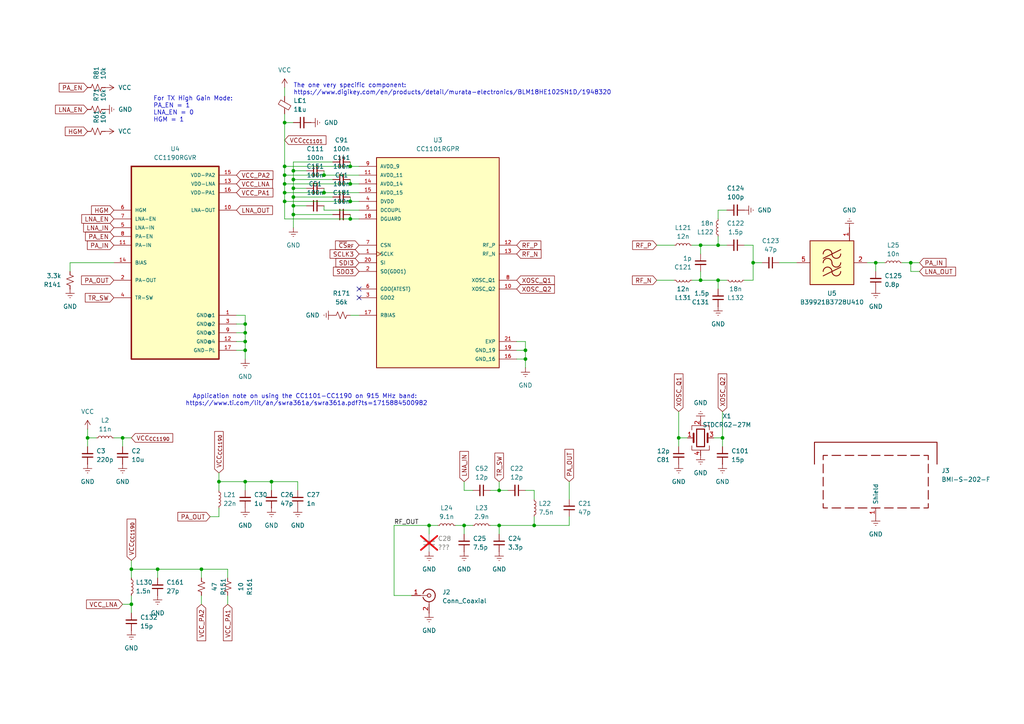
<source format=kicad_sch>
(kicad_sch (version 20231120) (generator "eeschema") (generator_version "8.0")
  (paper "A4")
  (title_block (title "Pointer") (date "2024-05-28") (rev "V0.0.3") (company "Mines Rocket Club") (comment 1 "Andrew Wu"))
  (lib_symbols
    (symbol "Connector:Conn_Coaxial" (pin_names (offset 1.016) hide)
      (property "Reference" "J" (at 0.254 3.048 0))
      (property "Value" "Conn_Coaxial" (at 2.921 0 90))
      (symbol "Conn_Coaxial_0_1"
        (arc (start -1.778 -0.508) (mid 0.2311 -1.8066) (end 1.778 0) (stroke (width 0.254)))
        (polyline (pts (xy -2.54 0) (xy -0.508 0)))
        (polyline (pts (xy 0 -2.54) (xy 0 -1.778)))
        (circle (center 0 0) (radius 0.508) (stroke (width 0.2032)))
        (arc (start 1.778 0) (mid 0.2099 1.8101) (end -1.778 0.508) (stroke (width 0.254)))
      )
      (symbol "Conn_Coaxial_1_1"
        (pin passive line (at -5.08 0 0) (length 2.54) (name "In") (number "1"))
        (pin passive line (at 0 -5.08 90) (length 2.54) (name "Ext") (number "2"))
      )
    )
    (symbol "Custom_Flight_Computer_Symbols:CC1101RGPR" (pin_names (offset 1.016))
      (property "Reference" "U" (at -17.78 30.48 0))
      (property "Value" "CC1101RGPR" (at -17.78 -33.02 0))
      (symbol "CC1101RGPR_0_0"
        (rectangle (start -17.78 30.48) (end 17.78 -30.48) (stroke (width 0.254)) (fill (type background)))
        (pin input clock (at -22.86 2.54 0) (length 5.08) (name "SCLK") (number "1"))
        (pin bidirectional line (at 22.86 -7.62 180) (length 5.08) (name "XOSC_Q2") (number "10"))
        (pin power_in line (at -22.86 25.4 0) (length 5.08) (name "AVDD_11") (number "11"))
        (pin bidirectional line (at 22.86 5.08 180) (length 5.08) (name "RF_P") (number "12"))
        (pin bidirectional line (at 22.86 2.54 180) (length 5.08) (name "RF_N") (number "13"))
        (pin power_in line (at -22.86 22.86 0) (length 5.08) (name "AVDD_14") (number "14"))
        (pin power_in line (at -22.86 20.32 0) (length 5.08) (name "AVDD_15") (number "15"))
        (pin power_in line (at 22.86 -27.94 180) (length 5.08) (name "GND_16") (number "16"))
        (pin bidirectional line (at -22.86 -15.24 0) (length 5.08) (name "RBIAS") (number "17"))
        (pin power_in line (at -22.86 12.7 0) (length 5.08) (name "DGUARD") (number "18"))
        (pin power_in line (at 22.86 -25.4 180) (length 5.08) (name "GND_19") (number "19"))
        (pin output line (at -22.86 -2.54 0) (length 5.08) (name "SO(GDO1)") (number "2"))
        (pin input line (at -22.86 0 0) (length 5.08) (name "SI") (number "20"))
        (pin power_in line (at 22.86 -22.86 180) (length 5.08) (name "EXP") (number "21"))
        (pin output line (at -22.86 -10.16 0) (length 5.08) (name "GDO2") (number "3"))
        (pin power_in line (at -22.86 17.78 0) (length 5.08) (name "DVDD") (number "4"))
        (pin power_in line (at -22.86 15.24 0) (length 5.08) (name "DCOUPL") (number "5"))
        (pin bidirectional line (at -22.86 -7.62 0) (length 5.08) (name "GDO(ATEST)") (number "6"))
        (pin input line (at -22.86 5.08 0) (length 5.08) (name "CSN") (number "7"))
        (pin bidirectional line (at 22.86 -5.08 180) (length 5.08) (name "XOSC_Q1") (number "8"))
        (pin power_in line (at -22.86 27.94 0) (length 5.08) (name "AVDD_9") (number "9"))
      )
    )
    (symbol "Custom_Flight_Computer_Symbols:CC1190RGVR" (pin_names (offset 1.016))
      (property "Reference" "IC" (at -12.7 28.94 0))
      (property "Value" "CC1190RGVR" (at -12.7 -31.94 0))
      (symbol "CC1190RGVR_0_0"
        (rectangle (start -12.7 -27.94) (end 12.7 27.94) (stroke (width 0.41)) (fill (type background)))
        (pin power_in line (at 17.78 -15.24 180) (length 5.08) (name "GND@1") (number "1"))
        (pin output line (at 17.78 15.24 180) (length 5.08) (name "LNA-OUT") (number "10"))
        (pin input line (at -17.78 5.08 0) (length 5.08) (name "PA-IN") (number "11"))
        (pin power_in line (at 17.78 -22.86 180) (length 5.08) (name "GND@4") (number "12"))
        (pin power_in line (at 17.78 22.86 180) (length 5.08) (name "VDD-LNA") (number "13"))
        (pin bidirectional line (at -17.78 0 0) (length 5.08) (name "BIAS") (number "14"))
        (pin power_in line (at 17.78 25.4 180) (length 5.08) (name "VDD-PA2") (number "15"))
        (pin power_in line (at 17.78 20.32 180) (length 5.08) (name "VDD-PA1") (number "16"))
        (pin power_in line (at 17.78 -25.4 180) (length 5.08) (name "GND-PL") (number "17"))
        (pin bidirectional line (at -17.78 -5.08 0) (length 5.08) (name "PA-OUT") (number "2"))
        (pin power_in line (at 17.78 -17.78 180) (length 5.08) (name "GND@2") (number "3"))
        (pin bidirectional line (at -17.78 -10.16 0) (length 5.08) (name "TR-SW") (number "4"))
        (pin input line (at -17.78 10.16 0) (length 5.08) (name "LNA-IN") (number "5"))
        (pin input line (at -17.78 15.24 0) (length 5.08) (name "HGM") (number "6"))
        (pin input line (at -17.78 12.7 0) (length 5.08) (name "LNA-EN") (number "7"))
        (pin input line (at -17.78 7.62 0) (length 5.08) (name "PA-EN") (number "8"))
        (pin power_in line (at 17.78 -20.32 180) (length 5.08) (name "GND@3") (number "9"))
      )
    )
    (symbol "Device:C_Small" (pin_numbers hide) (pin_names (offset 0.254) hide)
      (property "Reference" "C" (at 0.254 1.778 0))
      (property "Value" "C_Small" (at 0.254 -2.032 0))
      (symbol "C_Small_0_1"
        (polyline (pts (xy -1.524 -0.508) (xy 1.524 -0.508)) (stroke (width 0.3302)))
        (polyline (pts (xy -1.524 0.508) (xy 1.524 0.508)) (stroke (width 0.3048)))
      )
      (symbol "C_Small_1_1"
        (pin passive line (at 0 2.54 270) (length 2.032) (name "~") (number "1"))
        (pin passive line (at 0 -2.54 90) (length 2.032) (name "~") (number "2"))
      )
    )
    (symbol "Device:Crystal_GND24" (pin_names (offset 1.016) hide)
      (property "Reference" "Y" (at 3.175 5.08 0))
      (property "Value" "Crystal_GND24" (at 3.175 3.175 0))
      (symbol "Crystal_GND24_0_1"
        (rectangle (start -1.143 2.54) (end 1.143 -2.54) (stroke (width 0.3048)))
        (polyline (pts (xy -2.54 0) (xy -2.032 0)))
        (polyline (pts (xy -2.032 -1.27) (xy -2.032 1.27)) (stroke (width 0.508)))
        (polyline (pts (xy 0 -3.81) (xy 0 -3.556)))
        (polyline (pts (xy 0 3.556) (xy 0 3.81)))
        (polyline (pts (xy 2.032 -1.27) (xy 2.032 1.27)) (stroke (width 0.508)))
        (polyline (pts (xy 2.032 0) (xy 2.54 0)))
        (polyline (pts (xy -2.54 -2.286) (xy -2.54 -3.556) (xy 2.54 -3.556) (xy 2.54 -2.286)))
        (polyline (pts (xy -2.54 2.286) (xy -2.54 3.556) (xy 2.54 3.556) (xy 2.54 2.286)))
      )
      (symbol "Crystal_GND24_1_1"
        (pin passive line (at -3.81 0 0) (length 1.27) (name "1") (number "1"))
        (pin passive line (at 0 5.08 270) (length 1.27) (name "2") (number "2"))
        (pin passive line (at 3.81 0 180) (length 1.27) (name "3") (number "3"))
        (pin passive line (at 0 -5.08 90) (length 1.27) (name "4") (number "4"))
      )
    )
    (symbol "Device:FerriteBead_Small" (pin_numbers hide) (pin_names (offset 0))
      (property "Reference" "FB" (at 1.905 1.27 0))
      (property "Value" "FerriteBead_Small" (at 1.905 -1.27 0))
      (symbol "FerriteBead_Small_0_1"
        (polyline (pts (xy 0 -1.27) (xy 0 -0.7874)))
        (polyline (pts (xy 0 0.889) (xy 0 1.2954)))
        (polyline (pts (xy -1.8288 0.2794) (xy -1.1176 1.4986) (xy 1.8288 -0.2032) (xy 1.1176 -1.4224) (xy -1.8288 0.2794)))
      )
      (symbol "FerriteBead_Small_1_1"
        (pin passive line (at 0 2.54 270) (length 1.27) (name "~") (number "1"))
        (pin passive line (at 0 -2.54 90) (length 1.27) (name "~") (number "2"))
      )
    )
    (symbol "Device:L_Small" (pin_numbers hide) (pin_names (offset 0.254) hide)
      (property "Reference" "L" (at 0.762 1.016 0))
      (property "Value" "L_Small" (at 0.762 -1.016 0))
      (symbol "L_Small_0_1"
        (arc (start 0 -2.032) (mid 0.5058 -1.524) (end 0 -1.016))
        (arc (start 0 -1.016) (mid 0.5058 -0.508) (end 0 0))
        (arc (start 0 0) (mid 0.5058 0.508) (end 0 1.016))
        (arc (start 0 1.016) (mid 0.5058 1.524) (end 0 2.032))
      )
      (symbol "L_Small_1_1"
        (pin passive line (at 0 2.54 270) (length 0.508) (name "~") (number "1"))
        (pin passive line (at 0 -2.54 90) (length 0.508) (name "~") (number "2"))
      )
    )
    (symbol "Device:RFShield_TwoPieces" (pin_names (offset 1.016))
      (property "Reference" "J" (at 0 5.08 0))
      (property "Value" "RFShield_TwoPieces" (at 0 2.54 0))
      (symbol "RFShield_TwoPieces_0_1"
        (polyline (pts (xy -15.24 -5.08) (xy -15.24 -2.54)) (stroke (width 0.254)))
        (polyline (pts (xy -15.24 -1.27) (xy -15.24 1.27)) (stroke (width 0.254)))
        (polyline (pts (xy -15.24 2.54) (xy -15.24 5.08)) (stroke (width 0.254)))
        (polyline (pts (xy -12.7 7.62) (xy -10.16 7.62)) (stroke (width 0.254)))
        (polyline (pts (xy -10.16 -7.62) (xy -12.7 -7.62)) (stroke (width 0.254)))
        (polyline (pts (xy -6.35 -7.62) (xy -8.89 -7.62)) (stroke (width 0.254)))
        (polyline (pts (xy -6.35 7.62) (xy -8.89 7.62)) (stroke (width 0.254)))
        (polyline (pts (xy -2.54 -7.62) (xy -5.08 -7.62)) (stroke (width 0.254)))
        (polyline (pts (xy -2.54 7.62) (xy -5.08 7.62)) (stroke (width 0.254)))
        (polyline (pts (xy -1.27 -7.62) (xy 1.27 -7.62)) (stroke (width 0.254)))
        (polyline (pts (xy 1.27 7.62) (xy -1.27 7.62)) (stroke (width 0.254)))
        (polyline (pts (xy 2.54 -7.62) (xy 5.08 -7.62)) (stroke (width 0.254)))
        (polyline (pts (xy 5.08 7.62) (xy 2.54 7.62)) (stroke (width 0.254)))
        (polyline (pts (xy 6.35 -7.62) (xy 8.89 -7.62)) (stroke (width 0.254)))
        (polyline (pts (xy 8.89 7.62) (xy 6.35 7.62)) (stroke (width 0.254)))
        (polyline (pts (xy 10.16 -7.62) (xy 12.7 -7.62)) (stroke (width 0.254)))
        (polyline (pts (xy 12.7 7.62) (xy 10.16 7.62)) (stroke (width 0.254)))
        (polyline (pts (xy 15.24 -5.08) (xy 15.24 -2.54)) (stroke (width 0.254)))
        (polyline (pts (xy 15.24 -1.27) (xy 15.24 1.27)) (stroke (width 0.254)))
        (polyline (pts (xy 15.24 2.54) (xy 15.24 5.08)) (stroke (width 0.254)))
        (polyline (pts (xy -15.24 6.35) (xy -15.24 7.62) (xy -13.97 7.62)) (stroke (width 0.254)))
        (polyline (pts (xy -13.97 -7.62) (xy -15.24 -7.62) (xy -15.24 -6.35)) (stroke (width 0.254)))
        (polyline (pts (xy 13.97 -7.62) (xy 15.24 -7.62) (xy 15.24 -6.35)) (stroke (width 0.254)))
        (polyline (pts (xy 15.24 6.35) (xy 15.24 7.62) (xy 13.97 7.62)) (stroke (width 0.254)))
        (polyline (pts (xy -17.78 5.08) (xy -17.78 11.43) (xy 17.78 11.43) (xy 17.78 5.08)) (stroke (width 0.254)))
      )
      (symbol "RFShield_TwoPieces_1_1"
        (pin passive line (at 0 -10.16 90) (length 2.54) (name "Shield") (number "1"))
      )
    )
    (symbol "Device:R_Small_US" (pin_numbers hide) (pin_names (offset 0.254) hide)
      (property "Reference" "R" (at 0.762 0.508 0))
      (property "Value" "R_Small_US" (at 0.762 -1.016 0))
      (symbol "R_Small_US_1_1"
        (polyline (pts (xy 0 0) (xy 1.016 -0.381) (xy 0 -0.762) (xy -1.016 -1.143) (xy 0 -1.524)))
        (polyline (pts (xy 0 1.524) (xy 1.016 1.143) (xy 0 0.762) (xy -1.016 0.381) (xy 0 0)))
        (pin passive line (at 0 2.54 270) (length 1.016) (name "~") (number "1"))
        (pin passive line (at 0 -2.54 90) (length 1.016) (name "~") (number "2"))
      )
    )
    (symbol "RF_Filter:TA0970B" (pin_names hide)
      (property "Reference" "X" (at -5.08 10.16 0))
      (property "Value" "TA0970B" (at -1.27 7.62 0))
      (symbol "TA0970B_1_1"
        (rectangle (start -6.35 6.35) (end 6.35 -6.35) (stroke (width 0.254)) (fill (type background)))
        (arc (start 0 -2.54) (mid -1.27 -1.2755) (end -2.54 -2.54) (stroke (width 0.254)))
        (arc (start 0 -2.54) (mid 1.27 -3.8045) (end 2.54 -2.54) (stroke (width 0.254)))
        (arc (start 0 0) (mid -1.27 1.2645) (end -2.54 0) (stroke (width 0.254)))
        (polyline (pts (xy -2.54 -3.81) (xy 2.54 -1.27)) (stroke (width 0.254)))
        (polyline (pts (xy -2.54 1.27) (xy 2.54 3.81)) (stroke (width 0.254)))
        (arc (start 0 0) (mid 1.27 -1.2645) (end 2.54 0) (stroke (width 0.254)))
        (arc (start 0 2.54) (mid -1.27 3.8045) (end -2.54 2.54) (stroke (width 0.254)))
        (arc (start 0 2.54) (mid 1.27 1.2755) (end 2.54 2.54) (stroke (width 0.254)))
        (pin power_in line (at -5.08 -10.16 90) (length 3.81) (name "GND") (number "1"))
        (pin input line (at -10.16 0 0) (length 3.81) (name "IN") (number "2"))
        (pin passive line (at -5.08 -10.16 90) (length 3.81) hide (name "GND") (number "3"))
        (pin passive line (at -5.08 -10.16 90) (length 3.81) hide (name "GND") (number "4"))
        (pin output line (at 10.16 0 180) (length 3.81) (name "OUT") (number "5"))
        (pin passive line (at -5.08 -10.16 90) (length 3.81) hide (name "GND") (number "6"))
      )
    )
    (symbol "power:Earth" (power) (pin_numbers hide) (pin_names (offset 0) hide)
      (property "Value" "Earth" (at 0 -3.81 0))
      (symbol "Earth_0_1"
        (polyline (pts (xy -0.635 -1.905) (xy 0.635 -1.905)))
        (polyline (pts (xy -0.127 -2.54) (xy 0.127 -2.54)))
        (polyline (pts (xy 0 -1.27) (xy 0 0)))
        (polyline (pts (xy 1.27 -1.27) (xy -1.27 -1.27)))
      )
      (symbol "Earth_1_1"
        (pin power_in line (at 0 0 270) (length 0) (name "~") (number "1"))
      )
    )
    (symbol "power:VCC" (power) (pin_numbers hide) (pin_names (offset 0) hide)
      (property "Value" "VCC" (at 0 3.556 0))
      (symbol "VCC_0_1"
        (polyline (pts (xy -0.762 1.27) (xy 0 2.54)))
        (polyline (pts (xy 0 0) (xy 0 2.54)))
        (polyline (pts (xy 0 2.54) (xy 0.762 1.27)))
      )
      (symbol "VCC_1_1"
        (pin power_in line (at 0 0 90) (length 0) (name "~") (number "1"))
      )
    )
  )
  (junction (at 82.55 58.42))
  (junction (at 82.55 55.88))
  (junction (at 35.56 127))
  (junction (at 203.2 71.12))
  (junction (at 85.09 59.69))
  (junction (at 78.74 139.7))
  (junction (at 71.12 101.6))
  (junction (at 218.44 76.2))
  (junction (at 82.55 53.34))
  (junction (at 71.12 139.7))
  (junction (at 101.6 58.42))
  (junction (at 71.12 93.98))
  (junction (at 38.1 175.26))
  (junction (at 144.78 152.4))
  (junction (at 196.85 127))
  (junction (at 38.1 165.1))
  (junction (at 208.28 71.12))
  (junction (at 45.72 165.1))
  (junction (at 63.5 139.7))
  (junction (at 71.12 99.06))
  (junction (at 85.09 57.15))
  (junction (at 203.2 81.28))
  (junction (at 25.4 127))
  (junction (at 85.09 62.23))
  (junction (at 85.09 52.07))
  (junction (at 71.12 96.52))
  (junction (at 101.6 48.26))
  (junction (at 82.55 50.8))
  (junction (at 101.6 53.34))
  (junction (at 85.09 49.53))
  (junction (at 152.4 101.6))
  (junction (at 209.55 127))
  (junction (at 101.6 63.5))
  (junction (at 144.78 142.24))
  (junction (at 82.55 48.26))
  (junction (at 124.46 152.4))
  (junction (at 58.42 165.1))
  (junction (at 152.4 104.14))
  (junction (at 264.16 76.2))
  (junction (at 254 76.2))
  (junction (at 82.55 35.56))
  (junction (at 93.98 50.8))
  (junction (at 208.28 81.28))
  (junction (at 93.98 55.88))
  (junction (at 85.09 54.61))
  (junction (at 154.94 152.4))
  (junction (at 134.62 152.4))
  (no_connect (at 104.14 86.36))
  (no_connect (at 104.14 83.82))
  (wire (pts (xy 71.12 91.44) (xy 68.58 91.44)))
  (wire (pts (xy 71.12 101.6) (xy 71.12 99.06)))
  (wire (pts (xy 85.09 57.15) (xy 85.09 59.69)))
  (wire (pts (xy 38.1 165.1) (xy 38.1 167.64)))
  (wire (pts (xy 209.55 127) (xy 209.55 129.54)))
  (wire (pts (xy 251.46 76.2) (xy 254 76.2)))
  (wire (pts (xy 142.24 142.24) (xy 144.78 142.24)))
  (wire (pts (xy 45.72 165.1) (xy 58.42 165.1)))
  (wire (pts (xy 190.5 71.12) (xy 195.58 71.12)))
  (wire (pts (xy 82.55 33.02) (xy 82.55 35.56)))
  (wire (pts (xy 101.6 48.26) (xy 101.6 46.99)))
  (wire (pts (xy 25.4 124.46) (xy 25.4 127)))
  (wire (pts (xy 152.4 101.6) (xy 152.4 104.14)))
  (wire (pts (xy 35.56 127) (xy 38.1 127)))
  (wire (pts (xy 85.09 49.53) (xy 85.09 52.07)))
  (wire (pts (xy 134.62 142.24) (xy 137.16 142.24)))
  (wire (pts (xy 68.58 101.6) (xy 71.12 101.6)))
  (wire (pts (xy 82.55 48.26) (xy 101.6 48.26)))
  (wire (pts (xy 152.4 104.14) (xy 152.4 106.68)))
  (wire (pts (xy 264.16 76.2) (xy 264.16 78.74)))
  (wire (pts (xy 210.82 71.12) (xy 208.28 71.12)))
  (wire (pts (xy 82.55 63.5) (xy 101.6 63.5)))
  (wire (pts (xy 134.62 139.7) (xy 134.62 142.24)))
  (wire (pts (xy 149.86 104.14) (xy 152.4 104.14)))
  (wire (pts (xy 154.94 152.4) (xy 165.1 152.4)))
  (wire (pts (xy 226.06 76.2) (xy 231.14 76.2)))
  (wire (pts (xy 149.86 99.06) (xy 152.4 99.06)))
  (wire (pts (xy 104.14 50.8) (xy 93.98 50.8)))
  (wire (pts (xy 20.32 76.2) (xy 33.02 76.2)))
  (wire (pts (xy 71.12 139.7) (xy 71.12 142.24)))
  (wire (pts (xy 20.32 76.2) (xy 20.32 78.74)))
  (wire (pts (xy 85.09 57.15) (xy 96.52 57.15)))
  (wire (pts (xy 208.28 60.96) (xy 208.28 63.5)))
  (wire (pts (xy 63.5 137.16) (xy 63.5 139.7)))
  (wire (pts (xy 124.46 152.4) (xy 124.46 154.94)))
  (wire (pts (xy 82.55 25.4) (xy 82.55 27.94)))
  (wire (pts (xy 82.55 35.56) (xy 85.09 35.56)))
  (wire (pts (xy 144.78 142.24) (xy 147.32 142.24)))
  (wire (pts (xy 149.86 101.6) (xy 152.4 101.6)))
  (wire (pts (xy 210.82 81.28) (xy 208.28 81.28)))
  (wire (pts (xy 254 76.2) (xy 256.54 76.2)))
  (wire (pts (xy 85.09 59.69) (xy 88.9 59.69)))
  (wire (pts (xy 203.2 71.12) (xy 203.2 73.66)))
  (wire (pts (xy 82.55 50.8) (xy 82.55 53.34)))
  (wire (pts (xy 82.55 50.8) (xy 93.98 50.8)))
  (wire (pts (xy 82.55 53.34) (xy 101.6 53.34)))
  (wire (pts (xy 33.02 127) (xy 35.56 127)))
  (wire (pts (xy 68.58 99.06) (xy 71.12 99.06)))
  (wire (pts (xy 71.12 96.52) (xy 71.12 93.98)))
  (wire (pts (xy 58.42 165.1) (xy 58.42 167.64)))
  (wire (pts (xy 154.94 149.86) (xy 154.94 152.4)))
  (wire (pts (xy 218.44 71.12) (xy 215.9 71.12)))
  (wire (pts (xy 218.44 76.2) (xy 218.44 71.12)))
  (wire (pts (xy 196.85 127) (xy 199.39 127)))
  (wire (pts (xy 93.98 50.8) (xy 93.98 49.53)))
  (wire (pts (xy 82.55 35.56) (xy 82.55 48.26)))
  (wire (pts (xy 101.6 57.15) (xy 101.6 58.42)))
  (wire (pts (xy 35.56 127) (xy 35.56 129.54)))
  (wire (pts (xy 68.58 96.52) (xy 71.12 96.52)))
  (wire (pts (xy 86.36 139.7) (xy 86.36 142.24)))
  (wire (pts (xy 82.55 53.34) (xy 82.55 55.88)))
  (wire (pts (xy 152.4 99.06) (xy 152.4 101.6)))
  (wire (pts (xy 254 76.2) (xy 254 78.74)))
  (wire (pts (xy 196.85 119.38) (xy 196.85 127)))
  (wire (pts (xy 165.1 139.7) (xy 165.1 144.78)))
  (wire (pts (xy 165.1 152.4) (xy 165.1 149.86)))
  (wire (pts (xy 85.09 54.61) (xy 88.9 54.61)))
  (wire (pts (xy 63.5 139.7) (xy 71.12 139.7)))
  (wire (pts (xy 209.55 119.38) (xy 209.55 127)))
  (wire (pts (xy 85.09 54.61) (xy 85.09 57.15)))
  (wire (pts (xy 220.98 76.2) (xy 218.44 76.2)))
  (wire (pts (xy 93.98 60.96) (xy 93.98 59.69)))
  (wire (pts (xy 119.38 172.72) (xy 114.3 172.72)))
  (wire (pts (xy 82.55 48.26) (xy 82.55 50.8)))
  (wire (pts (xy 38.1 162.56) (xy 38.1 165.1)))
  (wire (pts (xy 85.09 62.23) (xy 85.09 66.04)))
  (wire (pts (xy 132.08 152.4) (xy 134.62 152.4)))
  (wire (pts (xy 200.66 71.12) (xy 203.2 71.12)))
  (wire (pts (xy 215.9 81.28) (xy 218.44 81.28)))
  (wire (pts (xy 85.09 62.23) (xy 96.52 62.23)))
  (wire (pts (xy 58.42 165.1) (xy 66.04 165.1)))
  (wire (pts (xy 85.09 46.99) (xy 85.09 49.53)))
  (wire (pts (xy 154.94 152.4) (xy 144.78 152.4)))
  (wire (pts (xy 144.78 154.94) (xy 144.78 152.4)))
  (wire (pts (xy 101.6 62.23) (xy 101.6 63.5)))
  (wire (pts (xy 208.28 83.82) (xy 208.28 81.28)))
  (wire (pts (xy 101.6 91.44) (xy 104.14 91.44)))
  (wire (pts (xy 127 152.4) (xy 124.46 152.4)))
  (wire (pts (xy 85.09 52.07) (xy 85.09 54.61)))
  (wire (pts (xy 154.94 144.78) (xy 154.94 142.24)))
  (wire (pts (xy 203.2 71.12) (xy 208.28 71.12)))
  (wire (pts (xy 60.96 149.86) (xy 63.5 149.86)))
  (wire (pts (xy 261.62 76.2) (xy 264.16 76.2)))
  (wire (pts (xy 101.6 48.26) (xy 104.14 48.26)))
  (wire (pts (xy 196.85 127) (xy 196.85 129.54)))
  (wire (pts (xy 210.82 60.96) (xy 208.28 60.96)))
  (wire (pts (xy 71.12 93.98) (xy 71.12 91.44)))
  (wire (pts (xy 101.6 53.34) (xy 101.6 52.07)))
  (wire (pts (xy 190.5 81.28) (xy 195.58 81.28)))
  (wire (pts (xy 58.42 172.72) (xy 58.42 175.26)))
  (wire (pts (xy 71.12 99.06) (xy 71.12 96.52)))
  (wire (pts (xy 66.04 172.72) (xy 66.04 175.26)))
  (wire (pts (xy 85.09 59.69) (xy 85.09 62.23)))
  (wire (pts (xy 101.6 63.5) (xy 104.14 63.5)))
  (wire (pts (xy 38.1 175.26) (xy 38.1 177.8)))
  (wire (pts (xy 82.55 55.88) (xy 93.98 55.88)))
  (wire (pts (xy 82.55 58.42) (xy 101.6 58.42)))
  (wire (pts (xy 144.78 152.4) (xy 142.24 152.4)))
  (wire (pts (xy 104.14 55.88) (xy 93.98 55.88)))
  (wire (pts (xy 71.12 139.7) (xy 78.74 139.7)))
  (wire (pts (xy 134.62 152.4) (xy 137.16 152.4)))
  (wire (pts (xy 82.55 58.42) (xy 82.55 63.5)))
  (wire (pts (xy 66.04 165.1) (xy 66.04 167.64)))
  (wire (pts (xy 154.94 142.24) (xy 152.4 142.24)))
  (wire (pts (xy 93.98 55.88) (xy 93.98 54.61)))
  (wire (pts (xy 101.6 53.34) (xy 104.14 53.34)))
  (wire (pts (xy 78.74 139.7) (xy 78.74 142.24)))
  (wire (pts (xy 104.14 60.96) (xy 93.98 60.96)))
  (wire (pts (xy 144.78 139.7) (xy 144.78 142.24)))
  (wire (pts (xy 208.28 71.12) (xy 208.28 68.58)))
  (wire (pts (xy 203.2 78.74) (xy 203.2 81.28)))
  (wire (pts (xy 203.2 81.28) (xy 208.28 81.28)))
  (wire (pts (xy 85.09 52.07) (xy 96.52 52.07)))
  (wire (pts (xy 82.55 55.88) (xy 82.55 58.42)))
  (wire (pts (xy 85.09 46.99) (xy 96.52 46.99)))
  (wire (pts (xy 264.16 76.2) (xy 266.7 76.2)))
  (wire (pts (xy 134.62 152.4) (xy 134.62 154.94)))
  (wire (pts (xy 114.3 152.4) (xy 124.46 152.4)))
  (wire (pts (xy 200.66 81.28) (xy 203.2 81.28)))
  (wire (pts (xy 85.09 49.53) (xy 88.9 49.53)))
  (wire (pts (xy 63.5 149.86) (xy 63.5 147.32)))
  (wire (pts (xy 264.16 78.74) (xy 266.7 78.74)))
  (wire (pts (xy 78.74 139.7) (xy 86.36 139.7)))
  (wire (pts (xy 101.6 58.42) (xy 104.14 58.42)))
  (wire (pts (xy 25.4 127) (xy 25.4 129.54)))
  (wire (pts (xy 38.1 172.72) (xy 38.1 175.26)))
  (wire (pts (xy 71.12 104.14) (xy 71.12 101.6)))
  (wire (pts (xy 45.72 165.1) (xy 45.72 167.64)))
  (wire (pts (xy 35.56 175.26) (xy 38.1 175.26)))
  (wire (pts (xy 38.1 165.1) (xy 45.72 165.1)))
  (wire (pts (xy 68.58 93.98) (xy 71.12 93.98)))
  (wire (pts (xy 209.55 127) (xy 207.01 127)))
  (wire (pts (xy 114.3 172.72) (xy 114.3 152.4)))
  (wire (pts (xy 63.5 139.7) (xy 63.5 142.24)))
  (wire (pts (xy 25.4 127) (xy 27.94 127)))
  (wire (pts (xy 218.44 81.28) (xy 218.44 76.2)))
  (text "Application note on using the CC1101-CC1190 on 915 MHz band: \nhttps://www.ti.com/lit/an/swra361a/swra361a.pdf?ts=1715884500982" (at 88.9 114.3 0) (effects (font (size 1.27 1.27)) (justify top)))
  (text "For TX High Gain Mode:\nPA_EN = 1\nLNA_EN = 0\nHGM = 1" (at 44.45 31.75 0) (effects (font (size 1.27 1.27)) (justify left)))
  (text "The one very specific component:\nhttps://www.digikey.com/en/products/detail/murata-electronics/BLM18HE102SN1D/1948320" (at 85.09 24.13 0) (effects (font (size 1.27 1.27)) (justify left top)))
  (label "RF_OUT" (at 114.3 152.4 0))
  (global_label "VCC_{CC1101}" (shape input) (at 82.55 40.64 0) (property "Intersheetrefs" "${INTERSHEET_REFS}" (effects (hide yes))))
  (global_label "LNA_EN" (shape input) (at 25.4 31.75 180) (property "Intersheetrefs" "${INTERSHEET_REFS}" (effects (hide yes))))
  (global_label "HGM" (shape input) (at 33.02 60.96 180) (property "Intersheetrefs" "${INTERSHEET_REFS}" (effects (hide yes))))
  (global_label "XOSC_Q2" (shape input) (at 209.55 119.38 90) (property "Intersheetrefs" "${INTERSHEET_REFS}" (effects (hide yes))))
  (global_label "RF_P" (shape input) (at 149.86 71.12 0) (property "Intersheetrefs" "${INTERSHEET_REFS}" (effects (hide yes))))
  (global_label "PA_OUT" (shape input) (at 33.02 81.28 180) (property "Intersheetrefs" "${INTERSHEET_REFS}" (effects (hide yes))))
  (global_label "VCC_{CC1190}" (shape input) (at 38.1 162.56 90) (property "Intersheetrefs" "${INTERSHEET_REFS}" (effects (hide yes))))
  (global_label "LNA_OUT" (shape input) (at 266.7 78.74 0) (property "Intersheetrefs" "${INTERSHEET_REFS}" (effects (hide yes))))
  (global_label "PA_IN" (shape input) (at 266.7 76.2 0) (property "Intersheetrefs" "${INTERSHEET_REFS}" (effects (hide yes))))
  (global_label "SDO3" (shape input) (at 104.14 78.74 180) (property "Intersheetrefs" "${INTERSHEET_REFS}" (effects (hide yes))))
  (global_label "TR_SW" (shape input) (at 33.02 86.36 180) (property "Intersheetrefs" "${INTERSHEET_REFS}" (effects (hide yes))))
  (global_label "PA_EN" (shape input) (at 33.02 68.58 180) (property "Intersheetrefs" "${INTERSHEET_REFS}" (effects (hide yes))))
  (global_label "VCC_PA2" (shape input) (at 68.58 50.8 0) (property "Intersheetrefs" "${INTERSHEET_REFS}" (effects (hide yes))))
  (global_label "SCLK3" (shape input) (at 104.14 73.66 180) (property "Intersheetrefs" "${INTERSHEET_REFS}" (effects (hide yes))))
  (global_label "VCC_{CC1190}" (shape input) (at 63.5 137.16 90) (property "Intersheetrefs" "${INTERSHEET_REFS}" (effects (hide yes))))
  (global_label "LNA_IN" (shape input) (at 33.02 66.04 180) (property "Intersheetrefs" "${INTERSHEET_REFS}" (effects (hide yes))))
  (global_label "HGM" (shape input) (at 25.4 38.1 180) (property "Intersheetrefs" "${INTERSHEET_REFS}" (effects (hide yes))))
  (global_label "VCC_LNA" (shape input) (at 35.56 175.26 180) (property "Intersheetrefs" "${INTERSHEET_REFS}" (effects (hide yes))))
  (global_label "RF_N" (shape input) (at 190.5 81.28 180) (property "Intersheetrefs" "${INTERSHEET_REFS}" (effects (hide yes))))
  (global_label "LNA_EN" (shape input) (at 33.02 63.5 180) (property "Intersheetrefs" "${INTERSHEET_REFS}" (effects (hide yes))))
  (global_label "LNA_IN" (shape input) (at 134.62 139.7 90) (property "Intersheetrefs" "${INTERSHEET_REFS}" (effects (hide yes))))
  (global_label "VCC_PA2" (shape input) (at 58.42 175.26 270) (property "Intersheetrefs" "${INTERSHEET_REFS}" (effects (hide yes))))
  (global_label "~{CS}_{RF}" (shape input) (at 104.14 71.12 180) (property "Intersheetrefs" "${INTERSHEET_REFS}" (effects (hide yes))))
  (global_label "RF_N" (shape input) (at 149.86 73.66 0) (property "Intersheetrefs" "${INTERSHEET_REFS}" (effects (hide yes))))
  (global_label "VCC_{CC1190}" (shape input) (at 38.1 127 0) (property "Intersheetrefs" "${INTERSHEET_REFS}" (effects (hide yes))))
  (global_label "XOSC_Q1" (shape input) (at 149.86 81.28 0) (property "Intersheetrefs" "${INTERSHEET_REFS}" (effects (hide yes))))
  (global_label "XOSC_Q1" (shape input) (at 196.85 119.38 90) (property "Intersheetrefs" "${INTERSHEET_REFS}" (effects (hide yes))))
  (global_label "VCC_LNA" (shape input) (at 68.58 53.34 0) (property "Intersheetrefs" "${INTERSHEET_REFS}" (effects (hide yes))))
  (global_label "VCC_PA1" (shape input) (at 66.04 175.26 270) (property "Intersheetrefs" "${INTERSHEET_REFS}" (effects (hide yes))))
  (global_label "PA_OUT" (shape input) (at 60.96 149.86 180) (property "Intersheetrefs" "${INTERSHEET_REFS}" (effects (hide yes))))
  (global_label "XOSC_Q2" (shape input) (at 149.86 83.82 0) (property "Intersheetrefs" "${INTERSHEET_REFS}" (effects (hide yes))))
  (global_label "PA_EN" (shape input) (at 25.4 25.4 180) (property "Intersheetrefs" "${INTERSHEET_REFS}" (effects (hide yes))))
  (global_label "RF_P" (shape input) (at 190.5 71.12 180) (property "Intersheetrefs" "${INTERSHEET_REFS}" (effects (hide yes))))
  (global_label "TR_SW" (shape input) (at 144.78 139.7 90) (property "Intersheetrefs" "${INTERSHEET_REFS}" (effects (hide yes))))
  (global_label "PA_OUT" (shape input) (at 165.1 139.7 90) (property "Intersheetrefs" "${INTERSHEET_REFS}" (effects (hide yes))))
  (global_label "SDI3" (shape input) (at 104.14 76.2 180) (property "Intersheetrefs" "${INTERSHEET_REFS}" (effects (hide yes))))
  (global_label "PA_IN" (shape input) (at 33.02 71.12 180) (property "Intersheetrefs" "${INTERSHEET_REFS}" (effects (hide yes))))
  (global_label "LNA_OUT" (shape input) (at 68.58 60.96 0) (property "Intersheetrefs" "${INTERSHEET_REFS}" (effects (hide yes))))
  (global_label "VCC_PA1" (shape input) (at 68.58 55.88 0) (property "Intersheetrefs" "${INTERSHEET_REFS}" (effects (hide yes))))
  (symbol (lib_id "power:Earth") (at 35.56 134.62 0) (unit 1)
    (property "Reference" "#PWR032" (effects (hide yes)))
    (property "Value" "GND" (at 35.56 139.7 0))
    (property "Description" "Power symbol creates a global label with name \"Earth\"" (effects (hide yes)))
  )
  (symbol (lib_id "power:Earth") (at 254 83.82 0) (unit 1)
    (property "Reference" "#PWR026" (effects (hide yes)))
    (property "Value" "GND" (at 254 88.9 0))
    (property "Description" "Power symbol creates a global label with name \"Earth\"" (effects (hide yes)))
  )
  (symbol (lib_id "power:Earth") (at 124.46 177.8 0) (unit 1)
    (property "Reference" "#PWR038" (effects (hide yes)))
    (property "Value" "GND" (at 124.46 182.88 0))
    (property "Description" "Power symbol creates a global label with name \"Earth\"" (effects (hide yes)))
  )
  (symbol (lib_id "power:Earth") (at 45.72 172.72 0) (unit 1)
    (property "Reference" "#PWR033" (effects (hide yes)))
    (property "Value" "GND" (at 45.72 177.8 0))
    (property "Description" "Power symbol creates a global label with name \"Earth\"" (effects (hide yes)))
  )
  (symbol (lib_id "Device:L_Small") (at 208.28 66.04 180) (unit 1)
    (property "Reference" "L122" (at 207.01 67.3101 0) (effects (justify left)))
    (property "Value" "18n" (at 207.01 64.7701 0) (effects (justify left)))
    (property "Footprint" "Inductor_SMD:L_0603_1608Metric" (effects (hide yes)))
    (property "Description" "Inductor, small symbol" (effects (hide yes)))
  )
  (symbol (lib_id "Device:C_Small") (at 213.36 60.96 90) (unit 1)
    (property "Reference" "C124" (at 213.3663 54.61 90))
    (property "Value" "100p" (at 213.3663 57.15 90))
    (property "Footprint" "Capacitor_SMD:C_0603_1608Metric" (effects (hide yes)))
    (property "Description" "Unpolarized capacitor, small symbol" (effects (hide yes)))
  )
  (symbol (lib_id "power:Earth") (at 25.4 134.62 0) (unit 1)
    (property "Reference" "#PWR031" (effects (hide yes)))
    (property "Value" "GND" (at 25.4 139.7 0))
    (property "Description" "Power symbol creates a global label with name \"Earth\"" (effects (hide yes)))
  )
  (symbol (lib_id "Device:C_Small") (at 209.55 132.08 180) (unit 1)
    (property "Reference" "C101" (at 212.09 130.8035 0) (effects (justify right)))
    (property "Value" "15p" (at 212.09 133.3435 0) (effects (justify right)))
    (property "Footprint" "Capacitor_SMD:C_0603_1608Metric" (effects (hide yes)))
    (property "Description" "Unpolarized capacitor, small symbol" (effects (hide yes)))
  )
  (symbol (lib_id "Device:C_Small") (at 78.74 144.78 180) (unit 1)
    (property "Reference" "C26" (at 81.28 143.5035 0) (effects (justify right)))
    (property "Value" "47p" (at 81.28 146.0435 0) (effects (justify right)))
    (property "Footprint" "Capacitor_SMD:C_0603_1608Metric" (effects (hide yes)))
    (property "Description" "Unpolarized capacitor, small symbol" (effects (hide yes)))
  )
  (symbol (lib_id "power:Earth") (at 90.17 35.56 90) (unit 1)
    (property "Reference" "#PWR029" (effects (hide yes)))
    (property "Value" "GND" (at 93.98 35.5599 90) (effects (justify right)))
    (property "Description" "Power symbol creates a global label with name \"Earth\"" (effects (hide yes)))
  )
  (symbol (lib_id "power:Earth") (at 209.55 134.62 0) (unit 1)
    (property "Reference" "#PWR043" (effects (hide yes)))
    (property "Value" "GND" (at 209.55 139.7 0))
    (property "Description" "Power symbol creates a global label with name \"Earth\"" (effects (hide yes)))
  )
  (symbol (lib_id "Device:C_Small") (at 213.36 71.12 270) (unit 1)
    (property "Reference" "C122" (at 213.3536 64.77 90))
    (property "Value" "1.5p" (at 213.3536 67.31 90))
    (property "Footprint" "Capacitor_SMD:C_0603_1608Metric" (effects (hide yes)))
    (property "Description" "Unpolarized capacitor, small symbol" (effects (hide yes)))
  )
  (symbol (lib_id "power:Earth") (at 71.12 147.32 0) (unit 1)
    (property "Reference" "#PWR034" (effects (hide yes)))
    (property "Value" "GND" (at 71.12 152.4 0))
    (property "Description" "Power symbol creates a global label with name \"Earth\"" (effects (hide yes)))
  )
  (symbol (lib_id "Device:L_Small") (at 30.48 127 90) (unit 1)
    (property "Reference" "L2" (at 30.48 121.92 90))
    (property "Value" "11n" (at 30.48 124.46 90))
    (property "Footprint" "Inductor_SMD:L_0603_1608Metric" (effects (hide yes)))
    (property "Description" "Inductor, small symbol" (effects (hide yes)))
  )
  (symbol (lib_id "Device:C_Small") (at 99.06 62.23 90) (unit 1)
    (property "Reference" "C181" (at 99.0663 55.88 90))
    (property "Value" "100n" (at 99.0663 58.42 90))
    (property "Footprint" "Capacitor_SMD:C_0603_1608Metric" (effects (hide yes)))
    (property "Description" "Unpolarized capacitor, small symbol" (effects (hide yes)))
  )
  (symbol (lib_id "Device:C_Small") (at 35.56 132.08 180) (unit 1)
    (property "Reference" "C2" (at 38.1 130.8035 0) (effects (justify right)))
    (property "Value" "10u" (at 38.1 133.3435 0) (effects (justify right)))
    (property "Footprint" "Capacitor_SMD:C_0603_1608Metric" (effects (hide yes)))
    (property "Description" "Unpolarized capacitor, small symbol" (effects (hide yes)))
  )
  (symbol (lib_id "power:Earth") (at 20.32 83.82 0) (unit 1)
    (property "Reference" "#PWR021" (effects (hide yes)))
    (property "Value" "GND" (at 20.32 88.9 0))
    (property "Description" "Power symbol creates a global label with name \"Earth\"" (effects (hide yes)))
  )
  (symbol (lib_id "power:Earth") (at 254 149.86 0) (unit 1)
    (property "Reference" "#PWR044" (effects (hide yes)))
    (property "Value" "GND" (at 254 154.94 0))
    (property "Description" "Power symbol creates a global label with name \"Earth\"" (effects (hide yes)))
  )
  (symbol (lib_id "Device:C_Small") (at 196.85 132.08 0) (unit 1)
    (property "Reference" "C81" (at 194.31 133.3565 0) (effects (justify right)))
    (property "Value" "12p" (at 194.31 130.8165 0) (effects (justify right)))
    (property "Footprint" "Capacitor_SMD:C_0603_1608Metric" (effects (hide yes)))
    (property "Description" "Unpolarized capacitor, small symbol" (effects (hide yes)))
  )
  (symbol (lib_id "Device:C_Small") (at 99.06 52.07 90) (unit 1)
    (property "Reference" "C141" (at 99.0663 45.72 90))
    (property "Value" "100n" (at 99.0663 48.26 90))
    (property "Footprint" "Capacitor_SMD:C_0603_1608Metric" (effects (hide yes)))
    (property "Description" "Unpolarized capacitor, small symbol" (effects (hide yes)))
  )
  (symbol (lib_id "Custom_Flight_Computer_Symbols:CC1190RGVR") (at 50.8 76.2 0) (unit 1)
    (property "Reference" "U4" (at 50.8 43.18 0))
    (property "Value" "CC1190RGVR" (at 50.8 45.72 0))
    (property "Footprint" "locals_but_working_PLEASE:CC1190RGVR" (effects (hide yes)))
    (property "Datasheet" "https://www.ti.com/lit/ds/symlink/cc1190.pdf?HQS=dis-dk-null-digikeymode-dsf-pf-null-wwe&ts=1715828495879&ref_url=https%253A%252F%252Fwww.ti.com%252Fgeneral%252Fdocs%252Fsuppproductinfo.tsp%253FdistId%253D10%2526gotoUrl%253Dhttps%253A%252F%252Fwww.ti.com%252Flit%252Fgpn%252Fcc1190" (effects (hide yes)))
    (property "Description" "RF Front End 850MHz ~ 950MHz" (effects (hide yes)))
    (property "DKPN" "296-36922-1-ND" (effects (hide yes)))
  )
  (symbol (lib_id "power:VCC") (at 30.48 25.4 270) (unit 1)
    (property "Reference" "#PWR07" (effects (hide yes)))
    (property "Value" "VCC" (at 34.29 25.3999 90) (effects (justify left)))
    (property "Description" "Power symbol creates a global label with name \"VCC\"" (effects (hide yes)))
  )
  (symbol (lib_id "power:VCC") (at 30.48 38.1 270) (unit 1)
    (property "Reference" "#PWR08" (effects (hide yes)))
    (property "Value" "VCC" (at 34.29 38.0999 90) (effects (justify left)))
    (property "Description" "Power symbol creates a global label with name \"VCC\"" (effects (hide yes)))
  )
  (symbol (lib_id "Custom_Flight_Computer_Symbols:CC1101RGPR") (at 127 76.2 0) (unit 1)
    (property "Reference" "U3" (at 127 40.64 0))
    (property "Value" "CC1101RGPR" (at 127 43.18 0))
    (property "Footprint" "locals_but_working_PLEASE:CC1101RGPR" (effects (hide yes)))
    (property "Datasheet" "https://www.ti.com/lit/ds/symlink/cc1101.pdf?HQS=dis-dk-null-digikeymode-dsf-pf-null-wwe&ts=1715814736152&ref_url=https%253A%252F%252Fwww.ti.com%252Fgeneral%252Fdocs%252Fsuppproductinfo.tsp%253FdistId%253D10%2526gotoUrl%253Dhttps%253A%252F%252Fwww.ti.com%252Flit%252Fgpn%252Fcc1101" (effects (hide yes)))
    (property "Description" "IC RF TxRx Only General ISM < 1GHz 300MHz ~ 348MHz, 387MHz ~ 464MHz, 779MHz ~ 928MHz 20-VFQFN Exposed Pad" (effects (hide yes)))
    (property "PARTREV" "6-May-2020" (effects (hide yes)))
    (property "MANUFACTURER" "Texas Instruments" (effects (hide yes)))
    (property "MAXIMUM_PACKAGE_HIEGHT" "1mm" (effects (hide yes)))
    (property "STANDARD" "IPC 7351B" (effects (hide yes)))
    (property "DKPN" "296-35718-1-ND" (effects (hide yes)))
  )
  (symbol (lib_id "Device:C_Small") (at 165.1 147.32 180) (unit 1)
    (property "Reference" "C21" (at 167.64 146.0435 0) (effects (justify right)))
    (property "Value" "47p" (at 167.64 148.5835 0) (effects (justify right)))
    (property "Footprint" "Capacitor_SMD:C_0603_1608Metric" (effects (hide yes)))
    (property "Description" "Unpolarized capacitor, small symbol" (effects (hide yes)))
  )
  (symbol (lib_id "Device:C_Small") (at 87.63 35.56 90) (unit 1)
    (property "Reference" "C1" (at 87.6363 29.21 90))
    (property "Value" "1u" (at 87.6363 31.75 90))
    (property "Footprint" "Capacitor_SMD:C_0603_1608Metric" (effects (hide yes)))
    (property "Description" "Unpolarized capacitor, small symbol" (effects (hide yes)))
  )
  (symbol (lib_id "Device:L_Small") (at 154.94 147.32 0) (unit 1)
    (property "Reference" "L22" (at 156.21 146.0499 0) (effects (justify left)))
    (property "Value" "7.5n" (at 156.21 148.5899 0) (effects (justify left)))
    (property "Footprint" "Inductor_SMD:L_0603_1608Metric" (effects (hide yes)))
    (property "Description" "Inductor, small symbol" (effects (hide yes)))
  )
  (symbol (lib_id "Device:C_Small") (at 254 81.28 180) (unit 1)
    (property "Reference" "C125" (at 256.54 80.0035 0) (effects (justify right)))
    (property "Value" "0.8p" (at 256.54 82.5435 0) (effects (justify right)))
    (property "Footprint" "Capacitor_SMD:C_0603_1608Metric" (effects (hide yes)))
    (property "Description" "Unpolarized capacitor, small symbol" (effects (hide yes)))
  )
  (symbol (lib_id "Device:C_Small") (at 203.2 76.2 0) (unit 1)
    (property "Reference" "C121" (at 200.66 77.4765 0) (effects (justify right)))
    (property "Value" "1p" (at 200.66 74.9365 0) (effects (justify right)))
    (property "Footprint" "Capacitor_SMD:C_0603_1608Metric" (effects (hide yes)))
    (property "Description" "Unpolarized capacitor, small symbol" (effects (hide yes)))
  )
  (symbol (lib_id "Device:L_Small") (at 259.08 76.2 90) (unit 1)
    (property "Reference" "L25" (at 259.08 71.12 90))
    (property "Value" "10n" (at 259.08 73.66 90))
    (property "Footprint" "Inductor_SMD:L_0603_1608Metric" (effects (hide yes)))
    (property "Description" "Inductor, small symbol" (effects (hide yes)))
  )
  (symbol (lib_id "Device:C_Small") (at 71.12 144.78 180) (unit 1)
    (property "Reference" "C30" (at 73.66 143.5035 0) (effects (justify right)))
    (property "Value" "1u" (at 73.66 146.0435 0) (effects (justify right)))
    (property "Footprint" "Capacitor_SMD:C_0603_1608Metric" (effects (hide yes)))
    (property "Description" "Unpolarized capacitor, small symbol" (effects (hide yes)))
  )
  (symbol (lib_id "power:Earth") (at 144.78 160.02 0) (unit 1)
    (property "Reference" "#PWR041" (effects (hide yes)))
    (property "Value" "GND" (at 144.78 165.1 0))
    (property "Description" "Power symbol creates a global label with name \"Earth\"" (effects (hide yes)))
  )
  (symbol (lib_id "power:Earth") (at 215.9 60.96 90) (unit 1)
    (property "Reference" "#PWR020" (effects (hide yes)))
    (property "Value" "GND" (at 219.71 60.9599 90) (effects (justify right)))
    (property "Description" "Power symbol creates a global label with name \"Earth\"" (effects (hide yes)))
  )
  (symbol (lib_id "RF_Filter:TA0970B") (at 241.3 76.2 180) (unit 1)
    (property "Reference" "U5" (at 241.3 85.09 0))
    (property "Value" "B39921B3728U410" (at 241.3 87.63 0))
    (property "Footprint" "Filter:Filter_SAW-6_3.8x3.8mm" (effects (hide yes)))
    (property "Datasheet" "https://mm.digikey.com/Volume0/opasdata/d220001/medias/docus/501/B39921B3728U410_DS.pdf" (effects (hide yes)))
    (property "Description" "Bandpass Filter, 915MHz, SAW filter 6-pin" (effects (hide yes)))
    (property "DKPN" "495-7429-1-ND" (effects (hide yes)))
  )
  (symbol (lib_id "Device:C_Small") (at 38.1 180.34 180) (unit 1)
    (property "Reference" "C132" (at 40.64 179.0635 0) (effects (justify right)))
    (property "Value" "15p" (at 40.64 181.6035 0) (effects (justify right)))
    (property "Footprint" "Capacitor_SMD:C_0603_1608Metric" (effects (hide yes)))
    (property "Description" "Unpolarized capacitor, small symbol" (effects (hide yes)))
  )
  (symbol (lib_id "Device:L_Small") (at 38.1 170.18 0) (unit 1)
    (property "Reference" "L130" (at 39.37 168.9099 0) (effects (justify left)))
    (property "Value" "1.5n" (at 39.37 171.4499 0) (effects (justify left)))
    (property "Footprint" "Inductor_SMD:L_0603_1608Metric" (effects (hide yes)))
    (property "Description" "Inductor, small symbol" (effects (hide yes)))
  )
  (symbol (lib_id "power:Earth") (at 38.1 182.88 0) (unit 1)
    (property "Reference" "#PWR022" (effects (hide yes)))
    (property "Value" "GND" (at 38.1 187.96 0))
    (property "Description" "Power symbol creates a global label with name \"Earth\"" (effects (hide yes)))
  )
  (symbol (lib_id "power:Earth") (at 208.28 88.9 0) (unit 1)
    (property "Reference" "#PWR019" (effects (hide yes)))
    (property "Value" "GND" (at 208.28 93.98 0))
    (property "Description" "Power symbol creates a global label with name \"Earth\"" (effects (hide yes)))
  )
  (symbol (lib_id "Device:R_Small_US") (at 27.94 38.1 90) (unit 1)
    (property "Reference" "R61" (at 27.94 35.814 0) (effects (justify left)))
    (property "Value" "10k" (at 29.972 35.814 0) (effects (justify left)))
    (property "Footprint" "Resistor_SMD:R_0603_1608Metric" (effects (hide yes)))
    (property "Datasheet" "https://www.seielect.com/catalog/sei-rmcf_rmcp.pdf" (effects (hide yes)))
    (property "Description" "Resistor, small US symbol" (effects (hide yes)))
    (property "DKPN" "RMCF0603JT10K0CT-ND" (effects (hide yes)))
  )
  (symbol (lib_id "Device:FerriteBead_Small") (at 82.55 30.48 0) (unit 1)
    (property "Reference" "L1" (at 85.09 29.1718 0) (effects (justify left)))
    (property "Value" "1k" (at 85.09 31.7118 0) (effects (justify left)))
    (property "Footprint" "Inductor_SMD:L_0603_1608Metric" (effects (hide yes)))
    (property "Description" "Ferrite bead, small symbol" (effects (hide yes)))
    (property "DKPN" "490-5215-1-ND" (effects (hide yes)))
  )
  (symbol (lib_id "power:VCC") (at 25.4 124.46 0) (unit 1)
    (property "Reference" "#PWR030" (effects (hide yes)))
    (property "Value" "VCC" (at 25.4 119.38 0))
    (property "Description" "Power symbol creates a global label with name \"VCC\"" (effects (hide yes)))
  )
  (symbol (lib_id "power:VCC") (at 82.55 25.4 0) (unit 1)
    (property "Reference" "#PWR025" (effects (hide yes)))
    (property "Value" "VCC" (at 82.55 20.32 0))
    (property "Description" "Power symbol creates a global label with name \"VCC\"" (effects (hide yes)))
  )
  (symbol (lib_id "power:Earth") (at 246.38 66.04 180) (unit 1)
    (property "Reference" "#PWR028" (effects (hide yes)))
    (property "Value" "GND" (at 246.38 60.96 0))
    (property "Description" "Power symbol creates a global label with name \"Earth\"" (effects (hide yes)))
  )
  (symbol (lib_id "Device:C_Small") (at 149.86 142.24 270) (unit 1)
    (property "Reference" "C22" (at 149.8536 135.89 90))
    (property "Value" "12p" (at 149.8536 138.43 90))
    (property "Footprint" "Capacitor_SMD:C_0603_1608Metric" (effects (hide yes)))
    (property "Description" "Unpolarized capacitor, small symbol" (effects (hide yes)))
  )
  (symbol (lib_id "power:Earth") (at 134.62 160.02 0) (unit 1)
    (property "Reference" "#PWR040" (effects (hide yes)))
    (property "Value" "GND" (at 134.62 165.1 0))
    (property "Description" "Power symbol creates a global label with name \"Earth\"" (effects (hide yes)))
  )
  (symbol (lib_id "Device:C_Small") (at 86.36 144.78 180) (unit 1)
    (property "Reference" "C27" (at 88.9 143.5035 0) (effects (justify right)))
    (property "Value" "1n" (at 88.9 146.0435 0) (effects (justify right)))
    (property "Footprint" "Capacitor_SMD:C_0603_1608Metric" (effects (hide yes)))
    (property "Description" "Unpolarized capacitor, small symbol" (effects (hide yes)))
  )
  (symbol (lib_id "Device:RFShield_TwoPieces") (at 254 139.7 0) (unit 1)
    (property "Reference" "J3" (at 273.05 136.5249 0) (effects (justify left)))
    (property "Value" "BMI-S-202-F" (at 273.05 139.0649 0) (effects (justify left)))
    (property "Footprint" "RF_Shielding:Laird_Technologies_BMI-S-202-F_16.50x16.50mm" (effects (hide yes)))
    (property "Description" "Two-piece EMI RF shielding cabinet" (effects (hide yes)))
    (property "DKPN" "903-1051-1-ND" (effects (hide yes)))
  )
  (symbol (lib_id "Device:R_Small_US") (at 58.42 170.18 0) (unit 1)
    (property "Reference" "R151" (at 64.77 170.18 90))
    (property "Value" "47" (at 62.23 170.18 90))
    (property "Footprint" "Resistor_SMD:R_0603_1608Metric" (effects (hide yes)))
    (property "Description" "Resistor, small US symbol" (effects (hide yes)))
  )
  (symbol (lib_id "Device:L_Small") (at 129.54 152.4 90) (unit 1)
    (property "Reference" "L24" (at 129.54 147.32 90))
    (property "Value" "9.1n" (at 129.54 149.86 90))
    (property "Footprint" "Inductor_SMD:L_0603_1608Metric" (effects (hide yes)))
    (property "Description" "Inductor, small symbol" (effects (hide yes)))
  )
  (symbol (lib_id "Device:L_Small") (at 213.36 81.28 270) (unit 1)
    (property "Reference" "L132" (at 213.36 86.36 90))
    (property "Value" "18n" (at 213.36 83.82 90))
    (property "Footprint" "Inductor_SMD:L_0603_1608Metric" (effects (hide yes)))
    (property "Description" "Inductor, small symbol" (effects (hide yes)))
  )
  (symbol (lib_id "power:Earth") (at 71.12 104.14 0) (unit 1)
    (property "Reference" "#PWR024" (effects (hide yes)))
    (property "Value" "GND" (at 71.12 109.22 0))
    (property "Description" "Power symbol creates a global label with name \"Earth\"" (effects (hide yes)))
  )
  (symbol (lib_id "Device:L_Small") (at 63.5 144.78 0) (unit 1)
    (property "Reference" "L21" (at 64.77 143.5099 0) (effects (justify left)))
    (property "Value" "22n" (at 64.77 146.0499 0) (effects (justify left)))
    (property "Footprint" "Inductor_SMD:L_0603_1608Metric" (effects (hide yes)))
    (property "Description" "Inductor, small symbol" (effects (hide yes)))
  )
  (symbol (lib_id "Device:C_Small") (at 134.62 157.48 180) (unit 1)
    (property "Reference" "C25" (at 137.16 156.2035 0) (effects (justify right)))
    (property "Value" "7.5p" (at 137.16 158.7435 0) (effects (justify right)))
    (property "Footprint" "Capacitor_SMD:C_0603_1608Metric" (effects (hide yes)))
    (property "Description" "Unpolarized capacitor, small symbol" (effects (hide yes)))
  )
  (symbol (lib_id "Connector:Conn_Coaxial") (at 124.46 172.72 0) (unit 1)
    (property "Reference" "J2" (at 128.27 171.7431 0) (effects (justify left)))
    (property "Value" "Conn_Coaxial" (at 128.27 174.2831 0) (effects (justify left)))
    (property "Footprint" "Connector_Coaxial:SMA_Samtec_SMA-J-P-X-ST-EM1_EdgeMount" (effects (hide yes)))
    (property "Datasheet" " ~" (effects (hide yes)))
    (property "Description" "coaxial connector (BNC, SMA, SMB, SMC, Cinch/RCA, LEMO, ...)" (effects (hide yes)))
  )
  (symbol (lib_id "Device:C_Small") (at 139.7 142.24 270) (unit 1)
    (property "Reference" "C52" (at 139.6936 135.89 90))
    (property "Value" "12p" (at 139.6936 138.43 90))
    (property "Footprint" "Capacitor_SMD:C_0603_1608Metric" (effects (hide yes)))
    (property "Description" "Unpolarized capacitor, small symbol" (effects (hide yes)))
  )
  (symbol (lib_id "power:Earth") (at 85.09 66.04 0) (unit 1)
    (property "Reference" "#PWR027" (effects (hide yes)))
    (property "Value" "GND" (at 85.09 71.12 0))
    (property "Description" "Power symbol creates a global label with name \"Earth\"" (effects (hide yes)))
  )
  (symbol (lib_id "power:Earth") (at 152.4 106.68 0) (unit 1)
    (property "Reference" "#PWR035" (effects (hide yes)))
    (property "Value" "GND" (at 152.4 111.76 0))
    (property "Description" "Power symbol creates a global label with name \"Earth\"" (effects (hide yes)))
  )
  (symbol (lib_id "Device:C_Small") (at 25.4 132.08 180) (unit 1)
    (property "Reference" "C3" (at 27.94 130.8035 0) (effects (justify right)))
    (property "Value" "220p" (at 27.94 133.3435 0) (effects (justify right)))
    (property "Footprint" "Capacitor_SMD:C_0603_1608Metric" (effects (hide yes)))
    (property "Description" "Unpolarized capacitor, small symbol" (effects (hide yes)))
  )
  (symbol (lib_id "Device:C_Small") (at 99.06 46.99 90) (unit 1)
    (property "Reference" "C91" (at 99.0663 40.64 90))
    (property "Value" "100n" (at 99.0663 43.18 90))
    (property "Footprint" "Capacitor_SMD:C_0603_1608Metric" (effects (hide yes)))
    (property "Description" "Unpolarized capacitor, small symbol" (effects (hide yes)))
  )
  (symbol (lib_id "Device:R_Small_US") (at 27.94 25.4 90) (unit 1)
    (property "Reference" "R81" (at 27.94 23.114 0) (effects (justify left)))
    (property "Value" "10k" (at 29.972 23.114 0) (effects (justify left)))
    (property "Footprint" "Resistor_SMD:R_0603_1608Metric" (effects (hide yes)))
    (property "Datasheet" "https://www.seielect.com/catalog/sei-rmcf_rmcp.pdf" (effects (hide yes)))
    (property "Description" "Resistor, small US symbol" (effects (hide yes)))
    (property "DKPN" "RMCF0603JT10K0CT-ND" (effects (hide yes)))
  )
  (symbol (lib_id "power:Earth") (at 96.52 91.44 270) (unit 1)
    (property "Reference" "#PWR023" (effects (hide yes)))
    (property "Value" "GND" (at 92.71 91.4399 90) (effects (justify right)))
    (property "Description" "Power symbol creates a global label with name \"Earth\"" (effects (hide yes)))
  )
  (symbol (lib_id "power:Earth") (at 30.48 31.75 90) (unit 1)
    (property "Reference" "#PWR06" (effects (hide yes)))
    (property "Value" "GND" (at 34.29 31.7499 90) (effects (justify right)))
    (property "Description" "Power symbol creates a global label with name \"Earth\"" (effects (hide yes)))
  )
  (symbol (lib_id "Device:C_Small") (at 144.78 157.48 180) (unit 1)
    (property "Reference" "C24" (at 147.32 156.2035 0) (effects (justify right)))
    (property "Value" "3.3p" (at 147.32 158.7435 0) (effects (justify right)))
    (property "Footprint" "Capacitor_SMD:C_0603_1608Metric" (effects (hide yes)))
    (property "Description" "Unpolarized capacitor, small symbol" (effects (hide yes)))
  )
  (symbol (lib_id "Device:R_Small_US") (at 20.32 81.28 180) (unit 1)
    (property "Reference" "R141" (at 17.78 82.5501 0) (effects (justify left)))
    (property "Value" "3.3k" (at 17.78 80.0101 0) (effects (justify left)))
    (property "Footprint" "Resistor_SMD:R_0603_1608Metric" (effects (hide yes)))
    (property "Description" "Resistor, small US symbol" (effects (hide yes)))
  )
  (symbol (lib_id "Device:C_Small") (at 45.72 170.18 180) (unit 1)
    (property "Reference" "C161" (at 48.26 168.9035 0) (effects (justify right)))
    (property "Value" "27p" (at 48.26 171.4435 0) (effects (justify right)))
    (property "Footprint" "Capacitor_SMD:C_0603_1608Metric" (effects (hide yes)))
    (property "Description" "Unpolarized capacitor, small symbol" (effects (hide yes)))
  )
  (symbol (lib_id "Device:C_Small") (at 223.52 76.2 270) (unit 1)
    (property "Reference" "C123" (at 223.5136 69.85 90))
    (property "Value" "47p" (at 223.5136 72.39 90))
    (property "Footprint" "Capacitor_SMD:C_0603_1608Metric" (effects (hide yes)))
    (property "Description" "Unpolarized capacitor, small symbol" (effects (hide yes)))
  )
  (symbol (lib_id "power:Earth") (at 196.85 134.62 0) (unit 1)
    (property "Reference" "#PWR042" (effects (hide yes)))
    (property "Value" "GND" (at 196.85 139.7 0))
    (property "Description" "Power symbol creates a global label with name \"Earth\"" (effects (hide yes)))
  )
  (symbol (lib_id "power:Earth") (at 124.46 160.02 0) (unit 1)
    (property "Reference" "#PWR039" (effects (hide yes)))
    (property "Value" "GND" (at 124.46 165.1 0))
    (property "Description" "Power symbol creates a global label with name \"Earth\"" (effects (hide yes)))
  )
  (symbol (lib_id "Device:L_Small") (at 139.7 152.4 90) (unit 1)
    (property "Reference" "L23" (at 139.7 147.32 90))
    (property "Value" "2.9n" (at 139.7 149.86 90))
    (property "Footprint" "Inductor_SMD:L_0603_1608Metric" (effects (hide yes)))
    (property "Description" "Inductor, small symbol" (effects (hide yes)))
  )
  (symbol (lib_id "Device:C_Small") (at 91.44 54.61 90) (unit 1)
    (property "Reference" "C151" (at 91.4463 48.26 90))
    (property "Value" "100n" (at 91.4463 50.8 90))
    (property "Footprint" "Capacitor_SMD:C_0603_1608Metric" (effects (hide yes)))
    (property "Description" "Unpolarized capacitor, small symbol" (effects (hide yes)))
  )
  (symbol (lib_id "power:Earth") (at 203.2 132.08 0) (unit 1)
    (property "Reference" "#PWR070" (effects (hide yes)))
    (property "Value" "GND" (at 203.2 137.16 0))
    (property "Description" "Power symbol creates a global label with name \"Earth\"" (effects (hide yes)))
  )
  (symbol (lib_id "power:Earth") (at 86.36 147.32 0) (unit 1)
    (property "Reference" "#PWR037" (effects (hide yes)))
    (property "Value" "GND" (at 86.36 152.4 0))
    (property "Description" "Power symbol creates a global label with name \"Earth\"" (effects (hide yes)))
  )
  (symbol (lib_id "Device:C_Small") (at 124.46 157.48 180) (unit 1) (dnp yes)
    (property "Reference" "C28" (at 127 156.2035 0) (effects (justify right)))
    (property "Value" "???" (at 127 158.7435 0) (effects (justify right)))
    (property "Footprint" "Capacitor_SMD:C_0603_1608Metric" (effects (hide yes)))
    (property "Description" "Unpolarized capacitor, small symbol" (effects (hide yes)))
  )
  (symbol (lib_id "Device:R_Small_US") (at 99.06 91.44 90) (unit 1)
    (property "Reference" "R171" (at 99.06 85.09 90))
    (property "Value" "56k" (at 99.06 87.63 90))
    (property "Footprint" "Resistor_SMD:R_0603_1608Metric" (effects (hide yes)))
    (property "Description" "Resistor, small US symbol" (effects (hide yes)))
  )
  (symbol (lib_id "Device:L_Small") (at 198.12 71.12 90) (unit 1)
    (property "Reference" "L121" (at 198.12 66.04 90))
    (property "Value" "12n" (at 198.12 68.58 90))
    (property "Footprint" "Inductor_SMD:L_0603_1608Metric" (effects (hide yes)))
    (property "Description" "Inductor, small symbol" (effects (hide yes)))
  )
  (symbol (lib_id "Device:L_Small") (at 198.12 81.28 270) (unit 1)
    (property "Reference" "L131" (at 198.12 86.36 90))
    (property "Value" "12n" (at 198.12 83.82 90))
    (property "Footprint" "Inductor_SMD:L_0603_1608Metric" (effects (hide yes)))
    (property "Description" "Inductor, small symbol" (effects (hide yes)))
  )
  (symbol (lib_id "Device:R_Small_US") (at 66.04 170.18 0) (unit 1)
    (property "Reference" "R161" (at 72.39 170.18 90))
    (property "Value" "10" (at 69.85 170.18 90))
    (property "Footprint" "Resistor_SMD:R_0603_1608Metric" (effects (hide yes)))
    (property "Description" "Resistor, small US symbol" (effects (hide yes)))
  )
  (symbol (lib_id "Device:C_Small") (at 99.06 57.15 90) (unit 1)
    (property "Reference" "C41" (at 99.0663 50.8 90))
    (property "Value" "100n" (at 99.0663 53.34 90))
    (property "Footprint" "Capacitor_SMD:C_0603_1608Metric" (effects (hide yes)))
    (property "Description" "Unpolarized capacitor, small symbol" (effects (hide yes)))
  )
  (symbol (lib_id "Device:C_Small") (at 91.44 59.69 90) (unit 1)
    (property "Reference" "C51" (at 91.4463 53.34 90))
    (property "Value" "100n" (at 91.4463 55.88 90))
    (property "Footprint" "Capacitor_SMD:C_0603_1608Metric" (effects (hide yes)))
    (property "Description" "Unpolarized capacitor, small symbol" (effects (hide yes)))
  )
  (symbol (lib_id "Device:C_Small") (at 91.44 49.53 90) (unit 1)
    (property "Reference" "C111" (at 91.4463 43.18 90))
    (property "Value" "100n" (at 91.4463 45.72 90))
    (property "Footprint" "Capacitor_SMD:C_0603_1608Metric" (effects (hide yes)))
    (property "Description" "Unpolarized capacitor, small symbol" (effects (hide yes)))
  )
  (symbol (lib_id "Device:Crystal_GND24") (at 203.2 127 0) (unit 1)
    (property "Reference" "X1" (at 210.82 120.6814 0))
    (property "Value" "STDCRG2-27M" (at 210.82 123.2214 0))
    (property "Footprint" "Crystal:Crystal_SMD_3225-4Pin_3.2x2.5mm" (effects (hide yes)))
    (property "Datasheet" "https://www.ndk.com/en/products/upload/lineup/pdf/NDKX03-00006_en.pdf" (effects (hide yes)))
    (property "Description" "Four pin crystal, GND on pins 2 and 4" (effects (hide yes)))
    (property "DKPN" "644-STDCRG2-27MCT-ND" (effects (hide yes)))
  )
  (symbol (lib_id "power:Earth") (at 78.74 147.32 0) (unit 1)
    (property "Reference" "#PWR036" (effects (hide yes)))
    (property "Value" "GND" (at 78.74 152.4 0))
    (property "Description" "Power symbol creates a global label with name \"Earth\"" (effects (hide yes)))
  )
  (symbol (lib_id "Device:R_Small_US") (at 27.94 31.75 90) (unit 1)
    (property "Reference" "R71" (at 27.94 29.464 0) (effects (justify left)))
    (property "Value" "10k" (at 29.972 29.464 0) (effects (justify left)))
    (property "Footprint" "Resistor_SMD:R_0603_1608Metric" (effects (hide yes)))
    (property "Datasheet" "https://www.seielect.com/catalog/sei-rmcf_rmcp.pdf" (effects (hide yes)))
    (property "Description" "Resistor, small US symbol" (effects (hide yes)))
    (property "DKPN" "RMCF0603JT10K0CT-ND" (effects (hide yes)))
  )
  (symbol (lib_id "power:Earth") (at 203.2 121.92 180) (unit 1)
    (property "Reference" "#PWR071" (effects (hide yes)))
    (property "Value" "GND" (at 203.2 116.84 0))
    (property "Description" "Power symbol creates a global label with name \"Earth\"" (effects (hide yes)))
  )
  (symbol (lib_id "Device:C_Small") (at 208.28 86.36 180) (unit 1)
    (property "Reference" "C131" (at 205.74 87.6238 0) (effects (justify left)))
    (property "Value" "1.5p" (at 205.74 85.0838 0) (effects (justify left)))
    (property "Footprint" "Capacitor_SMD:C_0603_1608Metric" (effects (hide yes)))
    (property "Description" "Unpolarized capacitor, small symbol" (effects (hide yes)))
  )
)
</source>
